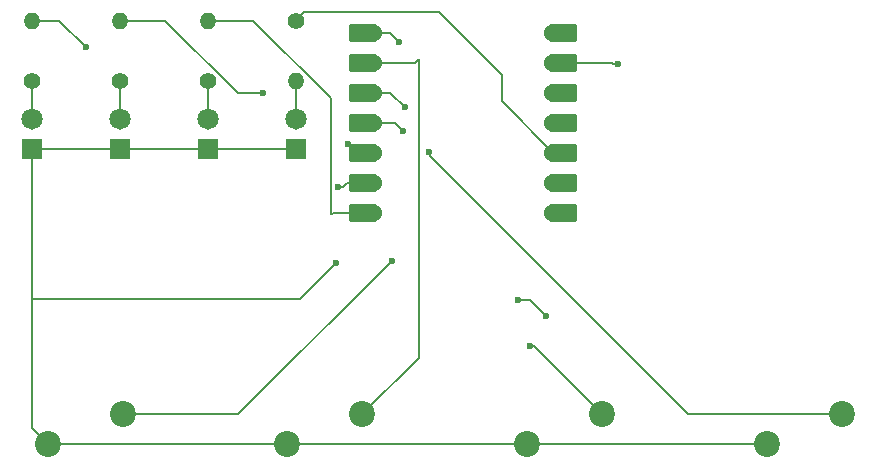
<source format=gbr>
%TF.GenerationSoftware,KiCad,Pcbnew,8.0.8*%
%TF.CreationDate,2025-07-03T12:07:37-04:00*%
%TF.ProjectId,pathfinder,70617468-6669-46e6-9465-722e6b696361,rev?*%
%TF.SameCoordinates,Original*%
%TF.FileFunction,Copper,L1,Top*%
%TF.FilePolarity,Positive*%
%FSLAX46Y46*%
G04 Gerber Fmt 4.6, Leading zero omitted, Abs format (unit mm)*
G04 Created by KiCad (PCBNEW 8.0.8) date 2025-07-03 12:07:37*
%MOMM*%
%LPD*%
G01*
G04 APERTURE LIST*
G04 Aperture macros list*
%AMRoundRect*
0 Rectangle with rounded corners*
0 $1 Rounding radius*
0 $2 $3 $4 $5 $6 $7 $8 $9 X,Y pos of 4 corners*
0 Add a 4 corners polygon primitive as box body*
4,1,4,$2,$3,$4,$5,$6,$7,$8,$9,$2,$3,0*
0 Add four circle primitives for the rounded corners*
1,1,$1+$1,$2,$3*
1,1,$1+$1,$4,$5*
1,1,$1+$1,$6,$7*
1,1,$1+$1,$8,$9*
0 Add four rect primitives between the rounded corners*
20,1,$1+$1,$2,$3,$4,$5,0*
20,1,$1+$1,$4,$5,$6,$7,0*
20,1,$1+$1,$6,$7,$8,$9,0*
20,1,$1+$1,$8,$9,$2,$3,0*%
G04 Aperture macros list end*
%TA.AperFunction,ComponentPad*%
%ADD10C,1.815000*%
%TD*%
%TA.AperFunction,ComponentPad*%
%ADD11R,1.815000X1.815000*%
%TD*%
%TA.AperFunction,ComponentPad*%
%ADD12C,2.200000*%
%TD*%
%TA.AperFunction,ComponentPad*%
%ADD13C,1.400000*%
%TD*%
%TA.AperFunction,ComponentPad*%
%ADD14O,1.400000X1.400000*%
%TD*%
%TA.AperFunction,SMDPad,CuDef*%
%ADD15RoundRect,0.152400X1.063600X0.609600X-1.063600X0.609600X-1.063600X-0.609600X1.063600X-0.609600X0*%
%TD*%
%TA.AperFunction,ComponentPad*%
%ADD16C,1.524000*%
%TD*%
%TA.AperFunction,SMDPad,CuDef*%
%ADD17RoundRect,0.152400X-1.063600X-0.609600X1.063600X-0.609600X1.063600X0.609600X-1.063600X0.609600X0*%
%TD*%
%TA.AperFunction,ViaPad*%
%ADD18C,0.600000*%
%TD*%
%TA.AperFunction,Conductor*%
%ADD19C,0.200000*%
%TD*%
G04 APERTURE END LIST*
D10*
%TO.P,D4,A*%
%TO.N,Net-(D4-PadA)*%
X98880000Y-74310000D03*
D11*
%TO.P,D4,C*%
%TO.N,GND*%
X98880000Y-76850000D03*
%TD*%
D12*
%TO.P,SW2,1,1*%
%TO.N,Net-(U1-GPIO27{slash}ADC1{slash}A1)*%
X104496666Y-99290000D03*
%TO.P,SW2,2,2*%
%TO.N,GND*%
X98146666Y-101830000D03*
%TD*%
%TO.P,SW3,1,1*%
%TO.N,Net-(U1-GPIO28{slash}ADC2{slash}A2)*%
X124803332Y-99290000D03*
%TO.P,SW3,2,2*%
%TO.N,GND*%
X118453332Y-101830000D03*
%TD*%
%TO.P,SW4,1,1*%
%TO.N,Net-(U1-GPIO29{slash}ADC3{slash}A3)*%
X145110000Y-99290000D03*
%TO.P,SW4,2,2*%
%TO.N,GND*%
X138760000Y-101830000D03*
%TD*%
D13*
%TO.P,R1,1*%
%TO.N,Net-(U1-GPIO4{slash}MISO)*%
X98880000Y-65990000D03*
D14*
%TO.P,R1,2*%
%TO.N,Net-(D4-PadA)*%
X98880000Y-71070000D03*
%TD*%
D13*
%TO.P,R2,1*%
%TO.N,Net-(D1-PadA)*%
X76540000Y-71070000D03*
D14*
%TO.P,R2,2*%
%TO.N,Net-(U1-GPIO6{slash}SDA)*%
X76540000Y-65990000D03*
%TD*%
D10*
%TO.P,D1,A*%
%TO.N,Net-(D1-PadA)*%
X76484682Y-74310000D03*
D11*
%TO.P,D1,C*%
%TO.N,GND*%
X76484682Y-76850000D03*
%TD*%
D13*
%TO.P,R4,1*%
%TO.N,Net-(D3-PadA)*%
X91433332Y-71070000D03*
D14*
%TO.P,R4,2*%
%TO.N,Net-(U1-GPIO0{slash}TX)*%
X91433332Y-65990000D03*
%TD*%
D12*
%TO.P,SW1,1,1*%
%TO.N,Net-(U1-GPIO26{slash}ADC0{slash}A0)*%
X84190000Y-99290000D03*
%TO.P,SW1,2,2*%
%TO.N,GND*%
X77840000Y-101830000D03*
%TD*%
D10*
%TO.P,D2,A*%
%TO.N,Net-(D2-PadA)*%
X83949788Y-74310000D03*
D11*
%TO.P,D2,C*%
%TO.N,GND*%
X83949788Y-76850000D03*
%TD*%
D15*
%TO.P,U1,1,GPIO26/ADC0/A0*%
%TO.N,Net-(U1-GPIO26{slash}ADC0{slash}A0)*%
X104565000Y-67010000D03*
D16*
X105400000Y-67010000D03*
D15*
%TO.P,U1,2,GPIO27/ADC1/A1*%
%TO.N,Net-(U1-GPIO27{slash}ADC1{slash}A1)*%
X104565000Y-69550000D03*
D16*
X105400000Y-69550000D03*
D15*
%TO.P,U1,3,GPIO28/ADC2/A2*%
%TO.N,Net-(U1-GPIO28{slash}ADC2{slash}A2)*%
X104565000Y-72090000D03*
D16*
X105400000Y-72090000D03*
D15*
%TO.P,U1,4,GPIO29/ADC3/A3*%
%TO.N,Net-(U1-GPIO29{slash}ADC3{slash}A3)*%
X104565000Y-74630000D03*
D16*
X105400000Y-74630000D03*
D15*
%TO.P,U1,5,GPIO6/SDA*%
%TO.N,Net-(U1-GPIO6{slash}SDA)*%
X104565000Y-77170000D03*
D16*
X105400000Y-77170000D03*
D15*
%TO.P,U1,6,GPIO7/SCL*%
%TO.N,Net-(U1-GPIO7{slash}SCL)*%
X104565000Y-79710000D03*
D16*
X105400000Y-79710000D03*
D15*
%TO.P,U1,7,GPIO0/TX*%
%TO.N,Net-(U1-GPIO0{slash}TX)*%
X104565000Y-82250000D03*
D16*
X105400000Y-82250000D03*
%TO.P,U1,8,GPIO1/RX*%
%TO.N,unconnected-(U1-GPIO1{slash}RX-Pad8)*%
X120640000Y-82250000D03*
D17*
X121475000Y-82250000D03*
D16*
%TO.P,U1,9,GPIO2/SCK*%
%TO.N,unconnected-(U1-GPIO2{slash}SCK-Pad9)*%
X120640000Y-79710000D03*
D17*
X121475000Y-79710000D03*
D16*
%TO.P,U1,10,GPIO4/MISO*%
%TO.N,Net-(U1-GPIO4{slash}MISO)*%
X120640000Y-77170000D03*
D17*
X121475000Y-77170000D03*
D16*
%TO.P,U1,11,GPIO3/MOSI*%
%TO.N,unconnected-(U1-GPIO3{slash}MOSI-Pad11)*%
X120640000Y-74630000D03*
D17*
X121475000Y-74630000D03*
D16*
%TO.P,U1,12,3V3*%
%TO.N,unconnected-(U1-3V3-Pad12)*%
X120640000Y-72090000D03*
D17*
X121475000Y-72090000D03*
D16*
%TO.P,U1,13,GND*%
%TO.N,GND*%
X120640000Y-69550000D03*
D17*
X121475000Y-69550000D03*
D16*
%TO.P,U1,14,VBUS*%
%TO.N,unconnected-(U1-VBUS-Pad14)*%
X120640000Y-67010000D03*
D17*
X121475000Y-67010000D03*
%TD*%
D13*
%TO.P,R3,1*%
%TO.N,Net-(D2-PadA)*%
X83986666Y-71070000D03*
D14*
%TO.P,R3,2*%
%TO.N,Net-(U1-GPIO7{slash}SCL)*%
X83986666Y-65990000D03*
%TD*%
D10*
%TO.P,D3,A*%
%TO.N,Net-(D3-PadA)*%
X91414894Y-74310000D03*
D11*
%TO.P,D3,C*%
%TO.N,GND*%
X91414894Y-76850000D03*
%TD*%
D18*
%TO.N,GND*%
X126100000Y-69630000D03*
X102280000Y-86510000D03*
X120020000Y-90990000D03*
X117690000Y-89640000D03*
%TO.N,Net-(U1-GPIO6{slash}SDA)*%
X103270000Y-76420000D03*
X81060000Y-68210000D03*
%TO.N,Net-(U1-GPIO7{slash}SCL)*%
X96090000Y-72150000D03*
X102470000Y-80070000D03*
%TO.N,Net-(U1-GPIO26{slash}ADC0{slash}A0)*%
X106970000Y-86310000D03*
X107570000Y-67770000D03*
%TO.N,Net-(U1-GPIO28{slash}ADC2{slash}A2)*%
X108070000Y-73320000D03*
X118670000Y-93550000D03*
%TO.N,Net-(U1-GPIO29{slash}ADC3{slash}A3)*%
X107920000Y-75310000D03*
X110120000Y-77110000D03*
%TD*%
D19*
%TO.N,Net-(D1-PadA)*%
X76540000Y-71070000D02*
X76540000Y-74254682D01*
X76540000Y-74254682D02*
X76484682Y-74310000D01*
%TO.N,GND*%
X117690000Y-89640000D02*
X118670000Y-89640000D01*
X76484682Y-100474682D02*
X77840000Y-101830000D01*
X126100000Y-69630000D02*
X125730000Y-69630000D01*
X138760000Y-101830000D02*
X118453332Y-101830000D01*
X76484682Y-76850000D02*
X83949788Y-76850000D01*
X98146666Y-101830000D02*
X118453332Y-101830000D01*
X99210000Y-89580000D02*
X102280000Y-86510000D01*
X76484682Y-89580000D02*
X99210000Y-89580000D01*
X125650000Y-69550000D02*
X120640000Y-69550000D01*
X118670000Y-89640000D02*
X120020000Y-90990000D01*
X77840000Y-101830000D02*
X98146666Y-101830000D01*
X83949788Y-76850000D02*
X91414894Y-76850000D01*
X76484682Y-89580000D02*
X76484682Y-100474682D01*
X76484682Y-76850000D02*
X76484682Y-89580000D01*
X125730000Y-69630000D02*
X125650000Y-69550000D01*
X98880000Y-76850000D02*
X91414894Y-76850000D01*
%TO.N,Net-(D2-PadA)*%
X83986666Y-74273122D02*
X83949788Y-74310000D01*
X83986666Y-71070000D02*
X83986666Y-74273122D01*
%TO.N,Net-(D3-PadA)*%
X91433332Y-74291562D02*
X91414894Y-74310000D01*
X91433332Y-71070000D02*
X91433332Y-74291562D01*
%TO.N,Net-(D4-PadA)*%
X98880000Y-71070000D02*
X98880000Y-74310000D01*
%TO.N,Net-(U1-GPIO4{slash}MISO)*%
X116300000Y-72830000D02*
X120640000Y-77170000D01*
X116300000Y-70610000D02*
X116300000Y-72830000D01*
X110980000Y-65290000D02*
X116300000Y-70610000D01*
X98880000Y-65990000D02*
X99580000Y-65290000D01*
X99580000Y-65290000D02*
X110980000Y-65290000D01*
%TO.N,Net-(U1-GPIO6{slash}SDA)*%
X78840000Y-65990000D02*
X81060000Y-68210000D01*
X103270000Y-76420000D02*
X104020000Y-77170000D01*
X104020000Y-77170000D02*
X105400000Y-77170000D01*
X76540000Y-65990000D02*
X78840000Y-65990000D01*
%TO.N,Net-(U1-GPIO7{slash}SCL)*%
X103170000Y-79710000D02*
X104565000Y-79710000D01*
X93927546Y-72150000D02*
X96090000Y-72150000D01*
X102810000Y-80070000D02*
X103170000Y-79710000D01*
X87767546Y-65990000D02*
X93927546Y-72150000D01*
X83986666Y-65990000D02*
X87767546Y-65990000D01*
X102470000Y-80070000D02*
X102810000Y-80070000D01*
%TO.N,Net-(U1-GPIO0{slash}TX)*%
X101950000Y-82330000D02*
X102030000Y-82250000D01*
X91433332Y-65990000D02*
X95214214Y-65990000D01*
X101800000Y-82330000D02*
X101950000Y-82330000D01*
X102030000Y-82250000D02*
X104565000Y-82250000D01*
X95214214Y-65990000D02*
X101800000Y-72575786D01*
X101800000Y-72575786D02*
X101800000Y-82330000D01*
%TO.N,Net-(U1-GPIO26{slash}ADC0{slash}A0)*%
X107570000Y-67770000D02*
X106810000Y-67010000D01*
X93990000Y-99290000D02*
X106970000Y-86310000D01*
X106810000Y-67010000D02*
X105400000Y-67010000D01*
X84190000Y-99290000D02*
X93990000Y-99290000D01*
%TO.N,Net-(U1-GPIO27{slash}ADC1{slash}A1)*%
X109260000Y-94526666D02*
X109260000Y-69270000D01*
X108980000Y-69550000D02*
X105400000Y-69550000D01*
X104496666Y-99290000D02*
X109260000Y-94526666D01*
X109260000Y-69270000D02*
X108980000Y-69550000D01*
%TO.N,Net-(U1-GPIO28{slash}ADC2{slash}A2)*%
X106840000Y-72090000D02*
X108070000Y-73320000D01*
X118670000Y-93550000D02*
X119063332Y-93550000D01*
X105400000Y-72090000D02*
X106840000Y-72090000D01*
X119063332Y-93550000D02*
X124803332Y-99290000D01*
%TO.N,Net-(U1-GPIO29{slash}ADC3{slash}A3)*%
X110120000Y-77310000D02*
X110120000Y-77110000D01*
X132100000Y-99290000D02*
X110320000Y-77510000D01*
X110320000Y-77510000D02*
X110120000Y-77310000D01*
X145110000Y-99290000D02*
X132100000Y-99290000D01*
X107240000Y-74630000D02*
X105400000Y-74630000D01*
X107920000Y-75310000D02*
X107240000Y-74630000D01*
%TD*%
M02*

</source>
